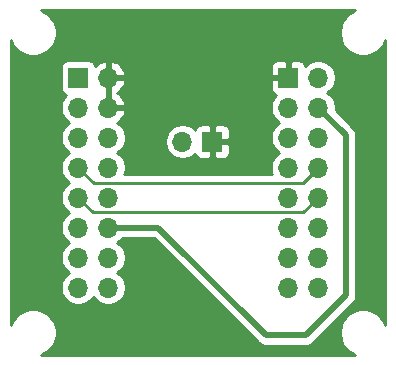
<source format=gbr>
%TF.GenerationSoftware,KiCad,Pcbnew,(5.1.9)-1*%
%TF.CreationDate,2021-08-12T01:32:41-07:00*%
%TF.ProjectId,Apple2to1,4170706c-6532-4746-9f31-2e6b69636164,rev?*%
%TF.SameCoordinates,Original*%
%TF.FileFunction,Copper,L1,Top*%
%TF.FilePolarity,Positive*%
%FSLAX46Y46*%
G04 Gerber Fmt 4.6, Leading zero omitted, Abs format (unit mm)*
G04 Created by KiCad (PCBNEW (5.1.9)-1) date 2021-08-12 01:32:41*
%MOMM*%
%LPD*%
G01*
G04 APERTURE LIST*
%TA.AperFunction,ComponentPad*%
%ADD10R,1.700000X1.700000*%
%TD*%
%TA.AperFunction,ComponentPad*%
%ADD11O,1.700000X1.700000*%
%TD*%
%TA.AperFunction,Conductor*%
%ADD12C,0.500000*%
%TD*%
%TA.AperFunction,Conductor*%
%ADD13C,0.250000*%
%TD*%
%TA.AperFunction,Conductor*%
%ADD14C,0.254000*%
%TD*%
%TA.AperFunction,Conductor*%
%ADD15C,0.100000*%
%TD*%
G04 APERTURE END LIST*
D10*
%TO.P,J3,1*%
%TO.N,+5V*%
X124400000Y-99400000D03*
D11*
%TO.P,J3,2*%
%TO.N,Net-(J1-Pad4)*%
X121860000Y-99400000D03*
%TD*%
%TO.P,J1,9*%
%TO.N,N/C*%
X133350000Y-111760000D03*
%TO.P,J1,8*%
%TO.N,GND*%
X130810000Y-111760000D03*
%TO.P,J1,10*%
%TO.N,/data3*%
X133350000Y-109220000D03*
%TO.P,J1,7*%
%TO.N,/data7*%
X130810000Y-109220000D03*
%TO.P,J1,11*%
%TO.N,/data4*%
X133350000Y-106680000D03*
%TO.P,J1,6*%
%TO.N,/data5*%
X130810000Y-106680000D03*
%TO.P,J1,12*%
%TO.N,/data1*%
X133350000Y-104140000D03*
%TO.P,J1,5*%
%TO.N,/data6*%
X130810000Y-104140000D03*
%TO.P,J1,13*%
%TO.N,/data2*%
X133350000Y-101600000D03*
%TO.P,J1,4*%
%TO.N,Net-(J1-Pad4)*%
X130810000Y-101600000D03*
%TO.P,J1,14*%
%TO.N,N/C*%
X133350000Y-99060000D03*
%TO.P,J1,3*%
%TO.N,/reset*%
X130810000Y-99060000D03*
%TO.P,J1,15*%
%TO.N,-12V*%
X133350000Y-96520000D03*
%TO.P,J1,2*%
%TO.N,/strobe*%
X130810000Y-96520000D03*
%TO.P,J1,16*%
%TO.N,N/C*%
X133350000Y-93980000D03*
D10*
%TO.P,J1,1*%
%TO.N,+5V*%
X130810000Y-93980000D03*
%TD*%
%TO.P,J2,1*%
%TO.N,/reset*%
X113030000Y-93980000D03*
D11*
%TO.P,J2,16*%
%TO.N,+5V*%
X115570000Y-93980000D03*
%TO.P,J2,2*%
%TO.N,/data4*%
X113030000Y-96520000D03*
%TO.P,J2,15*%
%TO.N,+5V*%
X115570000Y-96520000D03*
%TO.P,J2,3*%
%TO.N,/data3*%
X113030000Y-99060000D03*
%TO.P,J2,14*%
%TO.N,/strobe*%
X115570000Y-99060000D03*
%TO.P,J2,4*%
%TO.N,/data2*%
X113030000Y-101600000D03*
%TO.P,J2,13*%
%TO.N,N/C*%
X115570000Y-101600000D03*
%TO.P,J2,5*%
%TO.N,/data1*%
X113030000Y-104140000D03*
%TO.P,J2,12*%
%TO.N,Net-(J1-Pad4)*%
X115570000Y-104140000D03*
%TO.P,J2,6*%
%TO.N,/data5*%
X113030000Y-106680000D03*
%TO.P,J2,11*%
%TO.N,-12V*%
X115570000Y-106680000D03*
%TO.P,J2,7*%
%TO.N,/data6*%
X113030000Y-109220000D03*
%TO.P,J2,10*%
%TO.N,N/C*%
X115570000Y-109220000D03*
%TO.P,J2,8*%
%TO.N,/data7*%
X113030000Y-111760000D03*
%TO.P,J2,9*%
%TO.N,GND*%
X115570000Y-111760000D03*
%TD*%
D12*
%TO.N,-12V*%
X115570000Y-106680000D02*
X119780000Y-106680000D01*
X119780000Y-106680000D02*
X128900000Y-115800000D01*
X128900000Y-115800000D02*
X132300000Y-115800000D01*
X132300000Y-115800000D02*
X135700000Y-112400000D01*
X135700000Y-98870000D02*
X133350000Y-96520000D01*
X135700000Y-112400000D02*
X135700000Y-98870000D01*
D13*
%TO.N,/data2*%
X132050000Y-102900000D02*
X133350000Y-101600000D01*
X114330000Y-102900000D02*
X132050000Y-102900000D01*
X113030000Y-101600000D02*
X114330000Y-102900000D01*
%TO.N,/data1*%
X132090000Y-105400000D02*
X133350000Y-104140000D01*
X114290000Y-105400000D02*
X132090000Y-105400000D01*
X113030000Y-104140000D02*
X114290000Y-105400000D01*
%TD*%
D14*
%TO.N,+5V*%
X136219750Y-88410915D02*
X135894636Y-88628149D01*
X135618149Y-88904636D01*
X135400915Y-89229750D01*
X135251282Y-89590997D01*
X135175000Y-89974495D01*
X135175000Y-90365505D01*
X135251282Y-90749003D01*
X135400915Y-91110250D01*
X135618149Y-91435364D01*
X135894636Y-91711851D01*
X136219750Y-91929085D01*
X136580997Y-92078718D01*
X136964495Y-92155000D01*
X137355505Y-92155000D01*
X137739003Y-92078718D01*
X138100250Y-91929085D01*
X138425364Y-91711851D01*
X138701851Y-91435364D01*
X138919085Y-91110250D01*
X139040000Y-90818335D01*
X139040001Y-114921668D01*
X138919085Y-114629750D01*
X138701851Y-114304636D01*
X138425364Y-114028149D01*
X138100250Y-113810915D01*
X137739003Y-113661282D01*
X137355505Y-113585000D01*
X136964495Y-113585000D01*
X136580997Y-113661282D01*
X136219750Y-113810915D01*
X135894636Y-114028149D01*
X135618149Y-114304636D01*
X135400915Y-114629750D01*
X135251282Y-114990997D01*
X135175000Y-115374495D01*
X135175000Y-115765505D01*
X135251282Y-116149003D01*
X135400915Y-116510250D01*
X135618149Y-116835364D01*
X135894636Y-117111851D01*
X136219750Y-117329085D01*
X136511665Y-117450000D01*
X109868335Y-117450000D01*
X110160250Y-117329085D01*
X110485364Y-117111851D01*
X110761851Y-116835364D01*
X110979085Y-116510250D01*
X111128718Y-116149003D01*
X111205000Y-115765505D01*
X111205000Y-115374495D01*
X111128718Y-114990997D01*
X110979085Y-114629750D01*
X110761851Y-114304636D01*
X110485364Y-114028149D01*
X110160250Y-113810915D01*
X109799003Y-113661282D01*
X109415505Y-113585000D01*
X109024495Y-113585000D01*
X108640997Y-113661282D01*
X108279750Y-113810915D01*
X107954636Y-114028149D01*
X107678149Y-114304636D01*
X107460915Y-114629750D01*
X107340000Y-114921665D01*
X107340000Y-93130000D01*
X111541928Y-93130000D01*
X111541928Y-94830000D01*
X111554188Y-94954482D01*
X111590498Y-95074180D01*
X111649463Y-95184494D01*
X111728815Y-95281185D01*
X111825506Y-95360537D01*
X111935820Y-95419502D01*
X112008380Y-95441513D01*
X111876525Y-95573368D01*
X111714010Y-95816589D01*
X111602068Y-96086842D01*
X111545000Y-96373740D01*
X111545000Y-96666260D01*
X111602068Y-96953158D01*
X111714010Y-97223411D01*
X111876525Y-97466632D01*
X112083368Y-97673475D01*
X112257760Y-97790000D01*
X112083368Y-97906525D01*
X111876525Y-98113368D01*
X111714010Y-98356589D01*
X111602068Y-98626842D01*
X111545000Y-98913740D01*
X111545000Y-99206260D01*
X111602068Y-99493158D01*
X111714010Y-99763411D01*
X111876525Y-100006632D01*
X112083368Y-100213475D01*
X112257760Y-100330000D01*
X112083368Y-100446525D01*
X111876525Y-100653368D01*
X111714010Y-100896589D01*
X111602068Y-101166842D01*
X111545000Y-101453740D01*
X111545000Y-101746260D01*
X111602068Y-102033158D01*
X111714010Y-102303411D01*
X111876525Y-102546632D01*
X112083368Y-102753475D01*
X112257760Y-102870000D01*
X112083368Y-102986525D01*
X111876525Y-103193368D01*
X111714010Y-103436589D01*
X111602068Y-103706842D01*
X111545000Y-103993740D01*
X111545000Y-104286260D01*
X111602068Y-104573158D01*
X111714010Y-104843411D01*
X111876525Y-105086632D01*
X112083368Y-105293475D01*
X112257760Y-105410000D01*
X112083368Y-105526525D01*
X111876525Y-105733368D01*
X111714010Y-105976589D01*
X111602068Y-106246842D01*
X111545000Y-106533740D01*
X111545000Y-106826260D01*
X111602068Y-107113158D01*
X111714010Y-107383411D01*
X111876525Y-107626632D01*
X112083368Y-107833475D01*
X112257760Y-107950000D01*
X112083368Y-108066525D01*
X111876525Y-108273368D01*
X111714010Y-108516589D01*
X111602068Y-108786842D01*
X111545000Y-109073740D01*
X111545000Y-109366260D01*
X111602068Y-109653158D01*
X111714010Y-109923411D01*
X111876525Y-110166632D01*
X112083368Y-110373475D01*
X112257760Y-110490000D01*
X112083368Y-110606525D01*
X111876525Y-110813368D01*
X111714010Y-111056589D01*
X111602068Y-111326842D01*
X111545000Y-111613740D01*
X111545000Y-111906260D01*
X111602068Y-112193158D01*
X111714010Y-112463411D01*
X111876525Y-112706632D01*
X112083368Y-112913475D01*
X112326589Y-113075990D01*
X112596842Y-113187932D01*
X112883740Y-113245000D01*
X113176260Y-113245000D01*
X113463158Y-113187932D01*
X113733411Y-113075990D01*
X113976632Y-112913475D01*
X114183475Y-112706632D01*
X114300000Y-112532240D01*
X114416525Y-112706632D01*
X114623368Y-112913475D01*
X114866589Y-113075990D01*
X115136842Y-113187932D01*
X115423740Y-113245000D01*
X115716260Y-113245000D01*
X116003158Y-113187932D01*
X116273411Y-113075990D01*
X116516632Y-112913475D01*
X116723475Y-112706632D01*
X116885990Y-112463411D01*
X116997932Y-112193158D01*
X117055000Y-111906260D01*
X117055000Y-111613740D01*
X116997932Y-111326842D01*
X116885990Y-111056589D01*
X116723475Y-110813368D01*
X116516632Y-110606525D01*
X116342240Y-110490000D01*
X116516632Y-110373475D01*
X116723475Y-110166632D01*
X116885990Y-109923411D01*
X116997932Y-109653158D01*
X117055000Y-109366260D01*
X117055000Y-109073740D01*
X116997932Y-108786842D01*
X116885990Y-108516589D01*
X116723475Y-108273368D01*
X116516632Y-108066525D01*
X116342240Y-107950000D01*
X116516632Y-107833475D01*
X116723475Y-107626632D01*
X116764656Y-107565000D01*
X119413422Y-107565000D01*
X128243470Y-116395049D01*
X128271183Y-116428817D01*
X128304951Y-116456530D01*
X128304953Y-116456532D01*
X128405941Y-116539411D01*
X128559686Y-116621589D01*
X128726510Y-116672195D01*
X128856523Y-116685000D01*
X128856531Y-116685000D01*
X128900000Y-116689281D01*
X128943469Y-116685000D01*
X132256531Y-116685000D01*
X132300000Y-116689281D01*
X132343469Y-116685000D01*
X132343477Y-116685000D01*
X132473490Y-116672195D01*
X132640313Y-116621589D01*
X132794059Y-116539411D01*
X132928817Y-116428817D01*
X132956534Y-116395044D01*
X136295050Y-113056529D01*
X136328817Y-113028817D01*
X136439411Y-112894059D01*
X136521589Y-112740313D01*
X136572195Y-112573490D01*
X136585000Y-112443477D01*
X136585000Y-112443467D01*
X136589281Y-112400001D01*
X136585000Y-112356535D01*
X136585000Y-98913469D01*
X136589281Y-98870000D01*
X136585000Y-98826531D01*
X136585000Y-98826523D01*
X136572195Y-98696510D01*
X136521589Y-98529687D01*
X136439411Y-98375941D01*
X136328817Y-98241183D01*
X136295049Y-98213470D01*
X134820539Y-96738960D01*
X134835000Y-96666260D01*
X134835000Y-96373740D01*
X134777932Y-96086842D01*
X134665990Y-95816589D01*
X134503475Y-95573368D01*
X134296632Y-95366525D01*
X134122240Y-95250000D01*
X134296632Y-95133475D01*
X134503475Y-94926632D01*
X134665990Y-94683411D01*
X134777932Y-94413158D01*
X134835000Y-94126260D01*
X134835000Y-93833740D01*
X134777932Y-93546842D01*
X134665990Y-93276589D01*
X134503475Y-93033368D01*
X134296632Y-92826525D01*
X134053411Y-92664010D01*
X133783158Y-92552068D01*
X133496260Y-92495000D01*
X133203740Y-92495000D01*
X132916842Y-92552068D01*
X132646589Y-92664010D01*
X132403368Y-92826525D01*
X132271513Y-92958380D01*
X132249502Y-92885820D01*
X132190537Y-92775506D01*
X132111185Y-92678815D01*
X132014494Y-92599463D01*
X131904180Y-92540498D01*
X131784482Y-92504188D01*
X131660000Y-92491928D01*
X131095750Y-92495000D01*
X130937000Y-92653750D01*
X130937000Y-93853000D01*
X130957000Y-93853000D01*
X130957000Y-94107000D01*
X130937000Y-94107000D01*
X130937000Y-94127000D01*
X130683000Y-94127000D01*
X130683000Y-94107000D01*
X129483750Y-94107000D01*
X129325000Y-94265750D01*
X129321928Y-94830000D01*
X129334188Y-94954482D01*
X129370498Y-95074180D01*
X129429463Y-95184494D01*
X129508815Y-95281185D01*
X129605506Y-95360537D01*
X129715820Y-95419502D01*
X129788380Y-95441513D01*
X129656525Y-95573368D01*
X129494010Y-95816589D01*
X129382068Y-96086842D01*
X129325000Y-96373740D01*
X129325000Y-96666260D01*
X129382068Y-96953158D01*
X129494010Y-97223411D01*
X129656525Y-97466632D01*
X129863368Y-97673475D01*
X130037760Y-97790000D01*
X129863368Y-97906525D01*
X129656525Y-98113368D01*
X129494010Y-98356589D01*
X129382068Y-98626842D01*
X129325000Y-98913740D01*
X129325000Y-99206260D01*
X129382068Y-99493158D01*
X129494010Y-99763411D01*
X129656525Y-100006632D01*
X129863368Y-100213475D01*
X130037760Y-100330000D01*
X129863368Y-100446525D01*
X129656525Y-100653368D01*
X129494010Y-100896589D01*
X129382068Y-101166842D01*
X129325000Y-101453740D01*
X129325000Y-101746260D01*
X129382068Y-102033158D01*
X129426323Y-102140000D01*
X116953677Y-102140000D01*
X116997932Y-102033158D01*
X117055000Y-101746260D01*
X117055000Y-101453740D01*
X116997932Y-101166842D01*
X116885990Y-100896589D01*
X116723475Y-100653368D01*
X116516632Y-100446525D01*
X116342240Y-100330000D01*
X116516632Y-100213475D01*
X116723475Y-100006632D01*
X116885990Y-99763411D01*
X116997932Y-99493158D01*
X117045555Y-99253740D01*
X120375000Y-99253740D01*
X120375000Y-99546260D01*
X120432068Y-99833158D01*
X120544010Y-100103411D01*
X120706525Y-100346632D01*
X120913368Y-100553475D01*
X121156589Y-100715990D01*
X121426842Y-100827932D01*
X121713740Y-100885000D01*
X122006260Y-100885000D01*
X122293158Y-100827932D01*
X122563411Y-100715990D01*
X122806632Y-100553475D01*
X122938487Y-100421620D01*
X122960498Y-100494180D01*
X123019463Y-100604494D01*
X123098815Y-100701185D01*
X123195506Y-100780537D01*
X123305820Y-100839502D01*
X123425518Y-100875812D01*
X123550000Y-100888072D01*
X124114250Y-100885000D01*
X124273000Y-100726250D01*
X124273000Y-99527000D01*
X124527000Y-99527000D01*
X124527000Y-100726250D01*
X124685750Y-100885000D01*
X125250000Y-100888072D01*
X125374482Y-100875812D01*
X125494180Y-100839502D01*
X125604494Y-100780537D01*
X125701185Y-100701185D01*
X125780537Y-100604494D01*
X125839502Y-100494180D01*
X125875812Y-100374482D01*
X125888072Y-100250000D01*
X125885000Y-99685750D01*
X125726250Y-99527000D01*
X124527000Y-99527000D01*
X124273000Y-99527000D01*
X124253000Y-99527000D01*
X124253000Y-99273000D01*
X124273000Y-99273000D01*
X124273000Y-98073750D01*
X124527000Y-98073750D01*
X124527000Y-99273000D01*
X125726250Y-99273000D01*
X125885000Y-99114250D01*
X125888072Y-98550000D01*
X125875812Y-98425518D01*
X125839502Y-98305820D01*
X125780537Y-98195506D01*
X125701185Y-98098815D01*
X125604494Y-98019463D01*
X125494180Y-97960498D01*
X125374482Y-97924188D01*
X125250000Y-97911928D01*
X124685750Y-97915000D01*
X124527000Y-98073750D01*
X124273000Y-98073750D01*
X124114250Y-97915000D01*
X123550000Y-97911928D01*
X123425518Y-97924188D01*
X123305820Y-97960498D01*
X123195506Y-98019463D01*
X123098815Y-98098815D01*
X123019463Y-98195506D01*
X122960498Y-98305820D01*
X122938487Y-98378380D01*
X122806632Y-98246525D01*
X122563411Y-98084010D01*
X122293158Y-97972068D01*
X122006260Y-97915000D01*
X121713740Y-97915000D01*
X121426842Y-97972068D01*
X121156589Y-98084010D01*
X120913368Y-98246525D01*
X120706525Y-98453368D01*
X120544010Y-98696589D01*
X120432068Y-98966842D01*
X120375000Y-99253740D01*
X117045555Y-99253740D01*
X117055000Y-99206260D01*
X117055000Y-98913740D01*
X116997932Y-98626842D01*
X116885990Y-98356589D01*
X116723475Y-98113368D01*
X116516632Y-97906525D01*
X116334466Y-97784805D01*
X116451355Y-97715178D01*
X116667588Y-97520269D01*
X116841641Y-97286920D01*
X116966825Y-97024099D01*
X117011476Y-96876890D01*
X116890155Y-96647000D01*
X115697000Y-96647000D01*
X115697000Y-96667000D01*
X115443000Y-96667000D01*
X115443000Y-96647000D01*
X115423000Y-96647000D01*
X115423000Y-96393000D01*
X115443000Y-96393000D01*
X115443000Y-94107000D01*
X115697000Y-94107000D01*
X115697000Y-96393000D01*
X116890155Y-96393000D01*
X117011476Y-96163110D01*
X116966825Y-96015901D01*
X116841641Y-95753080D01*
X116667588Y-95519731D01*
X116451355Y-95324822D01*
X116325745Y-95250000D01*
X116451355Y-95175178D01*
X116667588Y-94980269D01*
X116841641Y-94746920D01*
X116966825Y-94484099D01*
X117011476Y-94336890D01*
X116890155Y-94107000D01*
X115697000Y-94107000D01*
X115443000Y-94107000D01*
X115423000Y-94107000D01*
X115423000Y-93853000D01*
X115443000Y-93853000D01*
X115443000Y-92659186D01*
X115697000Y-92659186D01*
X115697000Y-93853000D01*
X116890155Y-93853000D01*
X117011476Y-93623110D01*
X116966825Y-93475901D01*
X116841641Y-93213080D01*
X116779673Y-93130000D01*
X129321928Y-93130000D01*
X129325000Y-93694250D01*
X129483750Y-93853000D01*
X130683000Y-93853000D01*
X130683000Y-92653750D01*
X130524250Y-92495000D01*
X129960000Y-92491928D01*
X129835518Y-92504188D01*
X129715820Y-92540498D01*
X129605506Y-92599463D01*
X129508815Y-92678815D01*
X129429463Y-92775506D01*
X129370498Y-92885820D01*
X129334188Y-93005518D01*
X129321928Y-93130000D01*
X116779673Y-93130000D01*
X116667588Y-92979731D01*
X116451355Y-92784822D01*
X116201252Y-92635843D01*
X115926891Y-92538519D01*
X115697000Y-92659186D01*
X115443000Y-92659186D01*
X115213109Y-92538519D01*
X114938748Y-92635843D01*
X114688645Y-92784822D01*
X114492498Y-92961626D01*
X114469502Y-92885820D01*
X114410537Y-92775506D01*
X114331185Y-92678815D01*
X114234494Y-92599463D01*
X114124180Y-92540498D01*
X114004482Y-92504188D01*
X113880000Y-92491928D01*
X112180000Y-92491928D01*
X112055518Y-92504188D01*
X111935820Y-92540498D01*
X111825506Y-92599463D01*
X111728815Y-92678815D01*
X111649463Y-92775506D01*
X111590498Y-92885820D01*
X111554188Y-93005518D01*
X111541928Y-93130000D01*
X107340000Y-93130000D01*
X107340000Y-90818335D01*
X107460915Y-91110250D01*
X107678149Y-91435364D01*
X107954636Y-91711851D01*
X108279750Y-91929085D01*
X108640997Y-92078718D01*
X109024495Y-92155000D01*
X109415505Y-92155000D01*
X109799003Y-92078718D01*
X110160250Y-91929085D01*
X110485364Y-91711851D01*
X110761851Y-91435364D01*
X110979085Y-91110250D01*
X111128718Y-90749003D01*
X111205000Y-90365505D01*
X111205000Y-89974495D01*
X111128718Y-89590997D01*
X110979085Y-89229750D01*
X110761851Y-88904636D01*
X110485364Y-88628149D01*
X110160250Y-88410915D01*
X109868335Y-88290000D01*
X136511665Y-88290000D01*
X136219750Y-88410915D01*
%TA.AperFunction,Conductor*%
D15*
G36*
X136219750Y-88410915D02*
G01*
X135894636Y-88628149D01*
X135618149Y-88904636D01*
X135400915Y-89229750D01*
X135251282Y-89590997D01*
X135175000Y-89974495D01*
X135175000Y-90365505D01*
X135251282Y-90749003D01*
X135400915Y-91110250D01*
X135618149Y-91435364D01*
X135894636Y-91711851D01*
X136219750Y-91929085D01*
X136580997Y-92078718D01*
X136964495Y-92155000D01*
X137355505Y-92155000D01*
X137739003Y-92078718D01*
X138100250Y-91929085D01*
X138425364Y-91711851D01*
X138701851Y-91435364D01*
X138919085Y-91110250D01*
X139040000Y-90818335D01*
X139040001Y-114921668D01*
X138919085Y-114629750D01*
X138701851Y-114304636D01*
X138425364Y-114028149D01*
X138100250Y-113810915D01*
X137739003Y-113661282D01*
X137355505Y-113585000D01*
X136964495Y-113585000D01*
X136580997Y-113661282D01*
X136219750Y-113810915D01*
X135894636Y-114028149D01*
X135618149Y-114304636D01*
X135400915Y-114629750D01*
X135251282Y-114990997D01*
X135175000Y-115374495D01*
X135175000Y-115765505D01*
X135251282Y-116149003D01*
X135400915Y-116510250D01*
X135618149Y-116835364D01*
X135894636Y-117111851D01*
X136219750Y-117329085D01*
X136511665Y-117450000D01*
X109868335Y-117450000D01*
X110160250Y-117329085D01*
X110485364Y-117111851D01*
X110761851Y-116835364D01*
X110979085Y-116510250D01*
X111128718Y-116149003D01*
X111205000Y-115765505D01*
X111205000Y-115374495D01*
X111128718Y-114990997D01*
X110979085Y-114629750D01*
X110761851Y-114304636D01*
X110485364Y-114028149D01*
X110160250Y-113810915D01*
X109799003Y-113661282D01*
X109415505Y-113585000D01*
X109024495Y-113585000D01*
X108640997Y-113661282D01*
X108279750Y-113810915D01*
X107954636Y-114028149D01*
X107678149Y-114304636D01*
X107460915Y-114629750D01*
X107340000Y-114921665D01*
X107340000Y-93130000D01*
X111541928Y-93130000D01*
X111541928Y-94830000D01*
X111554188Y-94954482D01*
X111590498Y-95074180D01*
X111649463Y-95184494D01*
X111728815Y-95281185D01*
X111825506Y-95360537D01*
X111935820Y-95419502D01*
X112008380Y-95441513D01*
X111876525Y-95573368D01*
X111714010Y-95816589D01*
X111602068Y-96086842D01*
X111545000Y-96373740D01*
X111545000Y-96666260D01*
X111602068Y-96953158D01*
X111714010Y-97223411D01*
X111876525Y-97466632D01*
X112083368Y-97673475D01*
X112257760Y-97790000D01*
X112083368Y-97906525D01*
X111876525Y-98113368D01*
X111714010Y-98356589D01*
X111602068Y-98626842D01*
X111545000Y-98913740D01*
X111545000Y-99206260D01*
X111602068Y-99493158D01*
X111714010Y-99763411D01*
X111876525Y-100006632D01*
X112083368Y-100213475D01*
X112257760Y-100330000D01*
X112083368Y-100446525D01*
X111876525Y-100653368D01*
X111714010Y-100896589D01*
X111602068Y-101166842D01*
X111545000Y-101453740D01*
X111545000Y-101746260D01*
X111602068Y-102033158D01*
X111714010Y-102303411D01*
X111876525Y-102546632D01*
X112083368Y-102753475D01*
X112257760Y-102870000D01*
X112083368Y-102986525D01*
X111876525Y-103193368D01*
X111714010Y-103436589D01*
X111602068Y-103706842D01*
X111545000Y-103993740D01*
X111545000Y-104286260D01*
X111602068Y-104573158D01*
X111714010Y-104843411D01*
X111876525Y-105086632D01*
X112083368Y-105293475D01*
X112257760Y-105410000D01*
X112083368Y-105526525D01*
X111876525Y-105733368D01*
X111714010Y-105976589D01*
X111602068Y-106246842D01*
X111545000Y-106533740D01*
X111545000Y-106826260D01*
X111602068Y-107113158D01*
X111714010Y-107383411D01*
X111876525Y-107626632D01*
X112083368Y-107833475D01*
X112257760Y-107950000D01*
X112083368Y-108066525D01*
X111876525Y-108273368D01*
X111714010Y-108516589D01*
X111602068Y-108786842D01*
X111545000Y-109073740D01*
X111545000Y-109366260D01*
X111602068Y-109653158D01*
X111714010Y-109923411D01*
X111876525Y-110166632D01*
X112083368Y-110373475D01*
X112257760Y-110490000D01*
X112083368Y-110606525D01*
X111876525Y-110813368D01*
X111714010Y-111056589D01*
X111602068Y-111326842D01*
X111545000Y-111613740D01*
X111545000Y-111906260D01*
X111602068Y-112193158D01*
X111714010Y-112463411D01*
X111876525Y-112706632D01*
X112083368Y-112913475D01*
X112326589Y-113075990D01*
X112596842Y-113187932D01*
X112883740Y-113245000D01*
X113176260Y-113245000D01*
X113463158Y-113187932D01*
X113733411Y-113075990D01*
X113976632Y-112913475D01*
X114183475Y-112706632D01*
X114300000Y-112532240D01*
X114416525Y-112706632D01*
X114623368Y-112913475D01*
X114866589Y-113075990D01*
X115136842Y-113187932D01*
X115423740Y-113245000D01*
X115716260Y-113245000D01*
X116003158Y-113187932D01*
X116273411Y-113075990D01*
X116516632Y-112913475D01*
X116723475Y-112706632D01*
X116885990Y-112463411D01*
X116997932Y-112193158D01*
X117055000Y-111906260D01*
X117055000Y-111613740D01*
X116997932Y-111326842D01*
X116885990Y-111056589D01*
X116723475Y-110813368D01*
X116516632Y-110606525D01*
X116342240Y-110490000D01*
X116516632Y-110373475D01*
X116723475Y-110166632D01*
X116885990Y-109923411D01*
X116997932Y-109653158D01*
X117055000Y-109366260D01*
X117055000Y-109073740D01*
X116997932Y-108786842D01*
X116885990Y-108516589D01*
X116723475Y-108273368D01*
X116516632Y-108066525D01*
X116342240Y-107950000D01*
X116516632Y-107833475D01*
X116723475Y-107626632D01*
X116764656Y-107565000D01*
X119413422Y-107565000D01*
X128243470Y-116395049D01*
X128271183Y-116428817D01*
X128304951Y-116456530D01*
X128304953Y-116456532D01*
X128405941Y-116539411D01*
X128559686Y-116621589D01*
X128726510Y-116672195D01*
X128856523Y-116685000D01*
X128856531Y-116685000D01*
X128900000Y-116689281D01*
X128943469Y-116685000D01*
X132256531Y-116685000D01*
X132300000Y-116689281D01*
X132343469Y-116685000D01*
X132343477Y-116685000D01*
X132473490Y-116672195D01*
X132640313Y-116621589D01*
X132794059Y-116539411D01*
X132928817Y-116428817D01*
X132956534Y-116395044D01*
X136295050Y-113056529D01*
X136328817Y-113028817D01*
X136439411Y-112894059D01*
X136521589Y-112740313D01*
X136572195Y-112573490D01*
X136585000Y-112443477D01*
X136585000Y-112443467D01*
X136589281Y-112400001D01*
X136585000Y-112356535D01*
X136585000Y-98913469D01*
X136589281Y-98870000D01*
X136585000Y-98826531D01*
X136585000Y-98826523D01*
X136572195Y-98696510D01*
X136521589Y-98529687D01*
X136439411Y-98375941D01*
X136328817Y-98241183D01*
X136295049Y-98213470D01*
X134820539Y-96738960D01*
X134835000Y-96666260D01*
X134835000Y-96373740D01*
X134777932Y-96086842D01*
X134665990Y-95816589D01*
X134503475Y-95573368D01*
X134296632Y-95366525D01*
X134122240Y-95250000D01*
X134296632Y-95133475D01*
X134503475Y-94926632D01*
X134665990Y-94683411D01*
X134777932Y-94413158D01*
X134835000Y-94126260D01*
X134835000Y-93833740D01*
X134777932Y-93546842D01*
X134665990Y-93276589D01*
X134503475Y-93033368D01*
X134296632Y-92826525D01*
X134053411Y-92664010D01*
X133783158Y-92552068D01*
X133496260Y-92495000D01*
X133203740Y-92495000D01*
X132916842Y-92552068D01*
X132646589Y-92664010D01*
X132403368Y-92826525D01*
X132271513Y-92958380D01*
X132249502Y-92885820D01*
X132190537Y-92775506D01*
X132111185Y-92678815D01*
X132014494Y-92599463D01*
X131904180Y-92540498D01*
X131784482Y-92504188D01*
X131660000Y-92491928D01*
X131095750Y-92495000D01*
X130937000Y-92653750D01*
X130937000Y-93853000D01*
X130957000Y-93853000D01*
X130957000Y-94107000D01*
X130937000Y-94107000D01*
X130937000Y-94127000D01*
X130683000Y-94127000D01*
X130683000Y-94107000D01*
X129483750Y-94107000D01*
X129325000Y-94265750D01*
X129321928Y-94830000D01*
X129334188Y-94954482D01*
X129370498Y-95074180D01*
X129429463Y-95184494D01*
X129508815Y-95281185D01*
X129605506Y-95360537D01*
X129715820Y-95419502D01*
X129788380Y-95441513D01*
X129656525Y-95573368D01*
X129494010Y-95816589D01*
X129382068Y-96086842D01*
X129325000Y-96373740D01*
X129325000Y-96666260D01*
X129382068Y-96953158D01*
X129494010Y-97223411D01*
X129656525Y-97466632D01*
X129863368Y-97673475D01*
X130037760Y-97790000D01*
X129863368Y-97906525D01*
X129656525Y-98113368D01*
X129494010Y-98356589D01*
X129382068Y-98626842D01*
X129325000Y-98913740D01*
X129325000Y-99206260D01*
X129382068Y-99493158D01*
X129494010Y-99763411D01*
X129656525Y-100006632D01*
X129863368Y-100213475D01*
X130037760Y-100330000D01*
X129863368Y-100446525D01*
X129656525Y-100653368D01*
X129494010Y-100896589D01*
X129382068Y-101166842D01*
X129325000Y-101453740D01*
X129325000Y-101746260D01*
X129382068Y-102033158D01*
X129426323Y-102140000D01*
X116953677Y-102140000D01*
X116997932Y-102033158D01*
X117055000Y-101746260D01*
X117055000Y-101453740D01*
X116997932Y-101166842D01*
X116885990Y-100896589D01*
X116723475Y-100653368D01*
X116516632Y-100446525D01*
X116342240Y-100330000D01*
X116516632Y-100213475D01*
X116723475Y-100006632D01*
X116885990Y-99763411D01*
X116997932Y-99493158D01*
X117045555Y-99253740D01*
X120375000Y-99253740D01*
X120375000Y-99546260D01*
X120432068Y-99833158D01*
X120544010Y-100103411D01*
X120706525Y-100346632D01*
X120913368Y-100553475D01*
X121156589Y-100715990D01*
X121426842Y-100827932D01*
X121713740Y-100885000D01*
X122006260Y-100885000D01*
X122293158Y-100827932D01*
X122563411Y-100715990D01*
X122806632Y-100553475D01*
X122938487Y-100421620D01*
X122960498Y-100494180D01*
X123019463Y-100604494D01*
X123098815Y-100701185D01*
X123195506Y-100780537D01*
X123305820Y-100839502D01*
X123425518Y-100875812D01*
X123550000Y-100888072D01*
X124114250Y-100885000D01*
X124273000Y-100726250D01*
X124273000Y-99527000D01*
X124527000Y-99527000D01*
X124527000Y-100726250D01*
X124685750Y-100885000D01*
X125250000Y-100888072D01*
X125374482Y-100875812D01*
X125494180Y-100839502D01*
X125604494Y-100780537D01*
X125701185Y-100701185D01*
X125780537Y-100604494D01*
X125839502Y-100494180D01*
X125875812Y-100374482D01*
X125888072Y-100250000D01*
X125885000Y-99685750D01*
X125726250Y-99527000D01*
X124527000Y-99527000D01*
X124273000Y-99527000D01*
X124253000Y-99527000D01*
X124253000Y-99273000D01*
X124273000Y-99273000D01*
X124273000Y-98073750D01*
X124527000Y-98073750D01*
X124527000Y-99273000D01*
X125726250Y-99273000D01*
X125885000Y-99114250D01*
X125888072Y-98550000D01*
X125875812Y-98425518D01*
X125839502Y-98305820D01*
X125780537Y-98195506D01*
X125701185Y-98098815D01*
X125604494Y-98019463D01*
X125494180Y-97960498D01*
X125374482Y-97924188D01*
X125250000Y-97911928D01*
X124685750Y-97915000D01*
X124527000Y-98073750D01*
X124273000Y-98073750D01*
X124114250Y-97915000D01*
X123550000Y-97911928D01*
X123425518Y-97924188D01*
X123305820Y-97960498D01*
X123195506Y-98019463D01*
X123098815Y-98098815D01*
X123019463Y-98195506D01*
X122960498Y-98305820D01*
X122938487Y-98378380D01*
X122806632Y-98246525D01*
X122563411Y-98084010D01*
X122293158Y-97972068D01*
X122006260Y-97915000D01*
X121713740Y-97915000D01*
X121426842Y-97972068D01*
X121156589Y-98084010D01*
X120913368Y-98246525D01*
X120706525Y-98453368D01*
X120544010Y-98696589D01*
X120432068Y-98966842D01*
X120375000Y-99253740D01*
X117045555Y-99253740D01*
X117055000Y-99206260D01*
X117055000Y-98913740D01*
X116997932Y-98626842D01*
X116885990Y-98356589D01*
X116723475Y-98113368D01*
X116516632Y-97906525D01*
X116334466Y-97784805D01*
X116451355Y-97715178D01*
X116667588Y-97520269D01*
X116841641Y-97286920D01*
X116966825Y-97024099D01*
X117011476Y-96876890D01*
X116890155Y-96647000D01*
X115697000Y-96647000D01*
X115697000Y-96667000D01*
X115443000Y-96667000D01*
X115443000Y-96647000D01*
X115423000Y-96647000D01*
X115423000Y-96393000D01*
X115443000Y-96393000D01*
X115443000Y-94107000D01*
X115697000Y-94107000D01*
X115697000Y-96393000D01*
X116890155Y-96393000D01*
X117011476Y-96163110D01*
X116966825Y-96015901D01*
X116841641Y-95753080D01*
X116667588Y-95519731D01*
X116451355Y-95324822D01*
X116325745Y-95250000D01*
X116451355Y-95175178D01*
X116667588Y-94980269D01*
X116841641Y-94746920D01*
X116966825Y-94484099D01*
X117011476Y-94336890D01*
X116890155Y-94107000D01*
X115697000Y-94107000D01*
X115443000Y-94107000D01*
X115423000Y-94107000D01*
X115423000Y-93853000D01*
X115443000Y-93853000D01*
X115443000Y-92659186D01*
X115697000Y-92659186D01*
X115697000Y-93853000D01*
X116890155Y-93853000D01*
X117011476Y-93623110D01*
X116966825Y-93475901D01*
X116841641Y-93213080D01*
X116779673Y-93130000D01*
X129321928Y-93130000D01*
X129325000Y-93694250D01*
X129483750Y-93853000D01*
X130683000Y-93853000D01*
X130683000Y-92653750D01*
X130524250Y-92495000D01*
X129960000Y-92491928D01*
X129835518Y-92504188D01*
X129715820Y-92540498D01*
X129605506Y-92599463D01*
X129508815Y-92678815D01*
X129429463Y-92775506D01*
X129370498Y-92885820D01*
X129334188Y-93005518D01*
X129321928Y-93130000D01*
X116779673Y-93130000D01*
X116667588Y-92979731D01*
X116451355Y-92784822D01*
X116201252Y-92635843D01*
X115926891Y-92538519D01*
X115697000Y-92659186D01*
X115443000Y-92659186D01*
X115213109Y-92538519D01*
X114938748Y-92635843D01*
X114688645Y-92784822D01*
X114492498Y-92961626D01*
X114469502Y-92885820D01*
X114410537Y-92775506D01*
X114331185Y-92678815D01*
X114234494Y-92599463D01*
X114124180Y-92540498D01*
X114004482Y-92504188D01*
X113880000Y-92491928D01*
X112180000Y-92491928D01*
X112055518Y-92504188D01*
X111935820Y-92540498D01*
X111825506Y-92599463D01*
X111728815Y-92678815D01*
X111649463Y-92775506D01*
X111590498Y-92885820D01*
X111554188Y-93005518D01*
X111541928Y-93130000D01*
X107340000Y-93130000D01*
X107340000Y-90818335D01*
X107460915Y-91110250D01*
X107678149Y-91435364D01*
X107954636Y-91711851D01*
X108279750Y-91929085D01*
X108640997Y-92078718D01*
X109024495Y-92155000D01*
X109415505Y-92155000D01*
X109799003Y-92078718D01*
X110160250Y-91929085D01*
X110485364Y-91711851D01*
X110761851Y-91435364D01*
X110979085Y-91110250D01*
X111128718Y-90749003D01*
X111205000Y-90365505D01*
X111205000Y-89974495D01*
X111128718Y-89590997D01*
X110979085Y-89229750D01*
X110761851Y-88904636D01*
X110485364Y-88628149D01*
X110160250Y-88410915D01*
X109868335Y-88290000D01*
X136511665Y-88290000D01*
X136219750Y-88410915D01*
G37*
%TD.AperFunction*%
%TD*%
M02*

</source>
